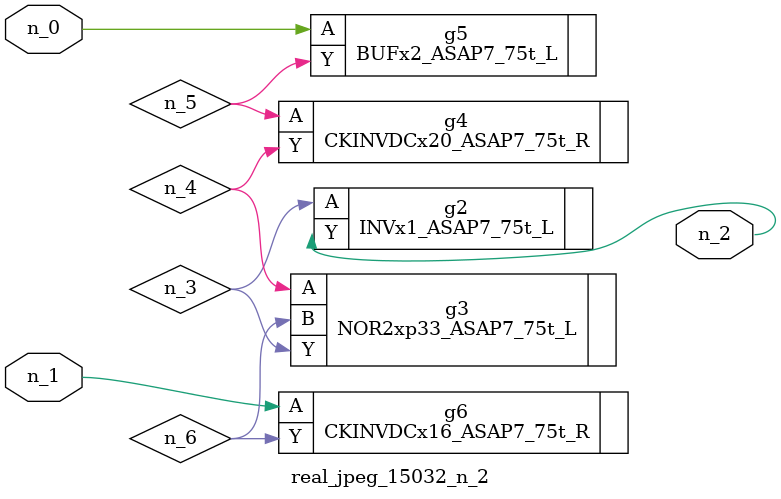
<source format=v>
module real_jpeg_15032_n_2 (n_1, n_0, n_2);

input n_1;
input n_0;

output n_2;

wire n_5;
wire n_4;
wire n_6;
wire n_3;

BUFx2_ASAP7_75t_L g5 ( 
.A(n_0),
.Y(n_5)
);

CKINVDCx16_ASAP7_75t_R g6 ( 
.A(n_1),
.Y(n_6)
);

INVx1_ASAP7_75t_L g2 ( 
.A(n_3),
.Y(n_2)
);

NOR2xp33_ASAP7_75t_L g3 ( 
.A(n_4),
.B(n_6),
.Y(n_3)
);

CKINVDCx20_ASAP7_75t_R g4 ( 
.A(n_5),
.Y(n_4)
);


endmodule
</source>
